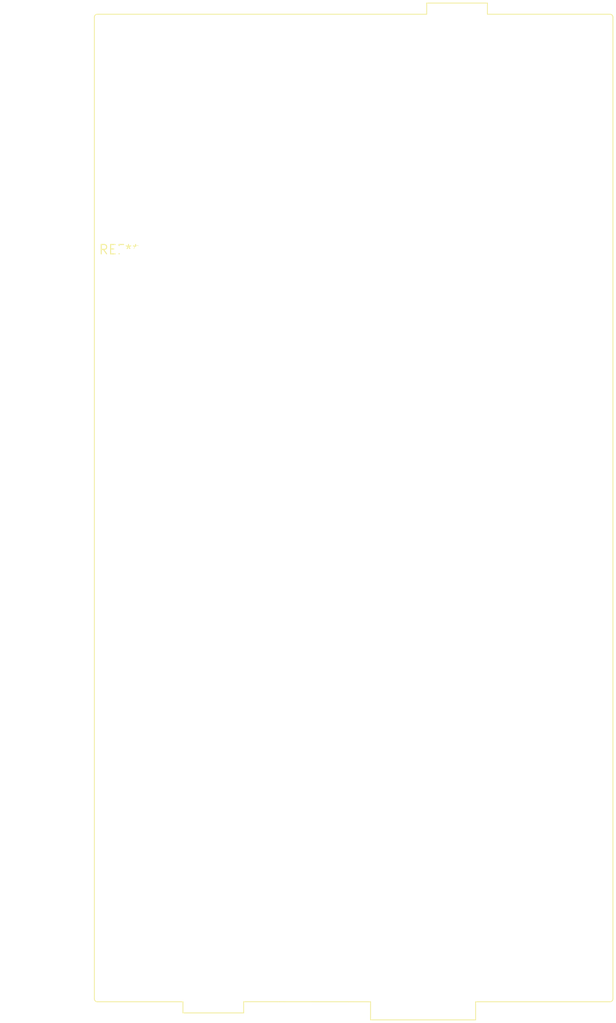
<source format=kicad_pcb>
(kicad_pcb (version 20240108) (generator pcbnew)
  (layers (0 "F.Cu" signal) (31 "B.Cu" signal) (34 "B.Paste" user) (35 "F.Paste" user) (36 "B.SilkS" user "B.Silkscreen") (37 "F.SilkS" user "F.Silkscreen") (38 "B.Mask" user) (39 "F.Mask" user) (44 "Edge.Cuts" user))
  (net 0 "")
  (footprint "ST_Morpho_Connector_144_STLink" (layer "F.Cu") (at 0 0)
    (property "Reference" "REF**")
    (property "Value" "ST_Morpho_Connector_144_STLink")
    (fp_line (start -3.35 -31.44) (end -3.35 101.36) (layer "F.SilkS") (stroke (width 0.12)))
    (fp_line (start 8.64 101.76) (end -2.95 101.76) (layer "F.SilkS") (stroke (width 0.12)))
    (fp_line (start 8.64 101.76) (end 8.64 103.27) (layer "F.SilkS") (stroke (width 0.12)))
    (fp_line (start 8.64 103.27) (end 16.86 103.27) (layer "F.SilkS") (stroke (width 0.12)))
    (fp_line (start 16.86 103.27) (end 16.86 101.75) (layer "F.SilkS") (stroke (width 0.12)))
    (fp_line (start 34.04 101.76) (end 16.86 101.75) (layer "F.SilkS") (stroke (width 0.12)))
    (fp_line (start 34.04 104.21) (end 34.04 101.76) (layer "F.SilkS") (stroke (width 0.12)))
    (fp_line (start 41.64 -33.35) (end 49.86 -33.35) (layer "F.SilkS") (stroke (width 0.12)))
    (fp_line (start 41.64 -31.84) (end -2.95 -31.84) (layer "F.SilkS") (stroke (width 0.12)))
    (fp_line (start 41.64 -31.84) (end 41.64 -33.35) (layer "F.SilkS") (stroke (width 0.12)))
    (fp_line (start 48.26 101.76) (end 48.26 104.21) (layer "F.SilkS") (stroke (width 0.12)))
    (fp_line (start 48.26 101.76) (end 66.45 101.76) (layer "F.SilkS") (stroke (width 0.12)))
    (fp_line (start 48.26 104.21) (end 34.04 104.21) (layer "F.SilkS") (stroke (width 0.12)))
    (fp_line (start 49.86 -33.35) (end 49.86 -31.84) (layer "F.SilkS") (stroke (width 0.12)))
    (fp_line (start 49.86 -31.84) (end 66.45 -31.84) (layer "F.SilkS") (stroke (width 0.12)))
    (fp_line (start 66.85 101.36) (end 66.85 -31.44) (layer "F.SilkS") (stroke (width 0.12)))
    (fp_arc (start -3.35 -31.44) (mid -3.232843 -31.722843) (end -2.95 -31.84) (layer "F.SilkS") (stroke (width 0.12)))
    (fp_arc (start -2.95 101.76) (mid -3.232843 101.642843) (end -3.35 101.36) (layer "F.SilkS") (stroke (width 0.12)))
    (fp_arc (start 66.45 -31.84) (mid 66.732843 -31.722843) (end 66.85 -31.44) (layer "F.SilkS") (stroke (width 0.12)))
    (fp_arc (start 66.85 101.36) (mid 66.732843 101.642843) (end 66.45 101.76) (layer "F.SilkS") (stroke (width 0.12)))
    (pad "1" thru_hole circle (at 0 0) (size 1.7 1.7) (drill 1) (layers *.Cu *.Mask) (remove_unused_layers))
    (pad "2" thru_hole circle (at 2.54 0) (size 1.7 1.7) (drill 1) (layers *.Cu *.Mask) (remove_unused_layers))
    (pad "3" thru_hole circle (at 0 2.54) (size 1.7 1.7) (drill 1) (layers *.Cu *.Mask) (remove_unused_layers))
    (pad "4" thru_hole circle (at 2.54 2.54) (size 1.7 1.7) (drill 1) (layers *.Cu *.Mask) (remove_unused_layers))
    (pad "5" thru_hole circle (at 0 5.08) (size 1.7 1.7) (drill 1) (layers *.Cu *.Mask) (remove_unused_layers))
    (pad "6" thru_hole circle (at 2.54 5.08) (size 1.7 1.7) (drill 1) (layers *.Cu *.Mask) (remove_unused_layers))
    (pad "7" thru_hole circle (at 0 7.62) (size 1.7 1.7) (drill 1) (layers *.Cu *.Mask) (remove_unused_layers))
    (pad "8" thru_hole circle (at 2.54 7.62) (size 1.7 1.7) (drill 1) (layers *.Cu *.Mask) (remove_unused_layers))
    (pad "9" thru_hole circle (at 0 10.16) (size 1.7 1.7) (drill 1) (layers *.Cu *.Mask) (remove_unused_layers))
    (pad "10" thru_hole circle (at 2.54 10.16) (size 1.7 1.7) (drill 1) (layers *.Cu *.Mask) (remove_unused_layers))
    (pad "11" thru_hole circle (at 0 12.7) (size 1.7 1.7) (drill 1) (layers *.Cu *.Mask) (remove_unused_layers))
    (pad "12" thru_hole circle (at 2.54 12.7) (size 1.7 1.7) (drill 1) (layers *.Cu *.Mask) (remove_unused_layers))
    (pad "13" thru_hole circle (at 0 15.24) (size 1.7 1.7) (drill 1) (layers *.Cu *.Mask) (remove_unused_layers))
    (pad "14" thru_hole circle (at 2.54 15.24) (size 1.7 1.7) (drill 1) (layers *.Cu *.Mask) (remove_unused_layers))
    (pad "15" thru_hole circle (at 0 17.78) (size 1.7 1.7) (drill 1) (layers *.Cu *.Mask) (remove_unused_layers))
    (pad "16" thru_hole circle (at 2.54 17.78) (size 1.7 1.7) (drill 1) (layers *.Cu *.Mask) (remove_unused_layers))
    (pad "17" thru_hole circle (at 0 20.32) (size 1.7 1.7) (drill 1) (layers *.Cu *.Mask) (remove_unused_layers))
    (pad "18" thru_hole circle (at 2.54 20.32) (size 1.7 1.7) (drill 1) (layers *.Cu *.Mask) (remove_unused_layers))
    (pad "19" thru_hole circle (at 0 22.86) (size 1.7 1.7) (drill 1) (layers *.Cu *.Mask) (remove_unused_layers))
    (pad "20" thru_hole circle (at 2.54 22.86) (size 1.7 1.7) (drill 1) (layers *.Cu *.Mask) (remove_unused_layers))
    (pad "21" thru_hole circle (at 0 25.4) (size 1.7 1.7) (drill 1) (layers *.Cu *.Mask) (remove_unused_layers))
    (pad "22" thru_hole circle (at 2.54 25.4) (size 1.7 1.7) (drill 1) (layers *.Cu *.Mask) (remove_unused_layers))
    (pad "23" thru_hole circle (at 0 27.94) (size 1.7 1.7) (drill 1) (layers *.Cu *.Mask) (remove_unused_layers))
    (pad "24" thru_hole circle (at 2.54 27.94) (size 1.7 1.7) (drill 1) (layers *.Cu *.Mask) (remove_unused_layers))
    (pad "25" thru_hole circle (at 0 30.48) (size 1.7 1.7) (drill 1) (layers *.Cu *.Mask) (remove_unused_layers))
    (pad "26" thru_hole circle (at 2.54 30.48) (size 1.7 1.7) (drill 1) (layers *.Cu *.Mask) (remove_unused_layers))
    (pad "27" thru_hole circle (at 0 33.02) (size 1.7 1.7) (drill 1) (layers *.Cu *.Mask) (remove_unused_layers))
    (pad "28" thru_hole circle (at 2.54 33.02) (size 1.7 1.7) (drill 1) (layers *.Cu *.Mask) (remove_unused_layers))
    (pad "29" thru_hole circle (at 0 35.56) (size 1.7 1.7) (drill 1) (layers *.Cu *.Mask) (remove_unused_layers))
    (pad "30" thru_hole circle (at 2.54 35.56) (size 1.7 1.7) (drill 1) (layers *.Cu *.Mask) (remove_unused_layers))
    (pad "31" thru_hole circle (at 0 38.1) (size 1.7 1.7) (drill 1) (layers *.Cu *.Mask) (remove_unused_layers))
    (pad "32" thru_hole circle (at 2.54 38.1) (size 1.7 1.7) (drill 1) (layers *.Cu *.Mask) (remove_unused_layers))
    (pad "33" thru_hole circle (at 0 40.64) (size 1.7 1.7) (drill 1) (layers *.Cu *.Mask) (remove_unused_layers))
    (pad "34" thru_hole circle (at 2.54 40.64) (size 1.7 1.7) (drill 1) (layers *.Cu *.Mask) (remove_unused_layers))
    (pad "35" thru_hole circle (at 0 43.18) (size 1.7 1.7) (drill 1) (layers *.Cu *.Mask) (remove_unused_layers))
    (pad "36" thru_hole circle (at 2.54 43.18) (size 1.7 1.7) (drill 1) (layers *.Cu *.Mask) (remove_unused_layers))
    (pad "37" thru_hole circle (at 0 45.72) (size 1.7 1.7) (drill 1) (layers *.Cu *.Mask) (remove_unused_layers))
    (pad "38" thru_hole circle (at 2.54 45.72) (size 1.7 1.7) (drill 1) (layers *.Cu *.Mask) (remove_unused_layers))
    (pad "39" thru_hole circle (at 0 48.26) (size 1.7 1.7) (drill 1) (layers *.Cu *.Mask) (remove_unused_layers))
    (pad "40" thru_hole circle (at 2.54 48.26) (size 1.7 1.7) (drill 1) (layers *.Cu *.Mask) (remove_unused_layers))
    (pad "41" thru_hole circle (at 0 50.8) (size 1.7 1.7) (drill 1) (layers *.Cu *.Mask) (remove_unused_layers))
    (pad "42" thru_hole circle (at 2.54 50.8) (size 1.7 1.7) (drill 1) (layers *.Cu *.Mask) (remove_unused_layers))
    (pad "43" thru_hole circle (at 0 53.34) (size 1.7 1.7) (drill 1) (layers *.Cu *.Mask) (remove_unused_layers))
    (pad "44" thru_hole circle (at 2.54 53.34) (size 1.7 1.7) (drill 1) (layers *.Cu *.Mask) (remove_unused_layers))
    (pad "45" thru_hole circle (at 0 55.88) (size 1.7 1.7) (drill 1) (layers *.Cu *.Mask) (remove_unused_layers))
    (pad "46" thru_hole circle (at 2.54 55.88) (size 1.7 1.7) (drill 1) (layers *.Cu *.Mask) (remove_unused_layers))
    (pad "47" thru_hole circle (at 0 58.42) (size 1.7 1.7) (drill 1) (layers *.Cu *.Mask) (remove_unused_layers))
    (pad "48" thru_hole circle (at 2.54 58.42) (size 1.7 1.7) (drill 1) (layers *.Cu *.Mask) (remove_unused_layers))
    (pad "49" thru_hole circle (at 0 60.96) (size 1.7 1.7) (drill 1) (layers *.Cu *.Mask) (remove_unused_layers))
    (pad "50" thru_hole circle (at 2.54 60.96) (size 1.7 1.7) (drill 1) (layers *.Cu *.Mask) (remove_unused_layers))
    (pad "51" thru_hole circle (at 0 63.5) (size 1.7 1.7) (drill 1) (layers *.Cu *.Mask) (remove_unused_layers))
    (pad "52" thru_hole circle (at 2.54 63.5) (size 1.7 1.7) (drill 1) (layers *.Cu *.Mask) (remove_unused_layers))
    (pad "53" thru_hole circle (at 0 66.04) (size 1.7 1.7) (drill 1) (layers *.Cu *.Mask) (remove_unused_layers))
    (pad "54" thru_hole circle (at 2.54 66.04) (size 1.7 1.7) (drill 1) (layers *.Cu *.Mask) (remove_unused_layers))
    (pad "55" thru_hole circle (at 0 68.58) (size 1.7 1.7) (drill 1) (layers *.Cu *.Mask) (remove_unused_layers))
    (pad "56" thru_hole circle (at 2.54 68.58) (size 1.7 1.7) (drill 1) (layers *.Cu *.Mask) (remove_unused_layers))
    (pad "57" thru_hole circle (at 0 71.12) (size 1.7 1.7) (drill 1) (layers *.Cu *.Mask) (remove_unused_layers))
    (pad "58" thru_hole circle (at 2.54 71.12) (size 1.7 1.7) (drill 1) (layers *.Cu *.Mask) (remove_unused_layers))
    (pad "59" thru_hole circle (at 0 73.66) (size 1.7 1.7) (drill 1) (layers *.Cu *.Mask) (remove_unused_layers))
    (pad "60" thru_hole circle (at 2.54 73.66) (size 1.7 1.7) (drill 1) (layers *.Cu *.Mask) (remove_unused_layers))
    (pad "61" thru_hole circle (at 0 76.2) (size 1.7 1.7) (drill 1) (layers *.Cu *.Mask) (remove_unused_layers))
    (pad "62" thru_hole circle (at 2.54 76.2) (size 1.7 1.7) (drill 1) (layers *.Cu *.Mask) (remove_unused_layers))
    (pad "63" thru_hole circle (at 0 78.74) (size 1.7 1.7) (drill 1) (layers *.Cu *.Mask) (remove_unused_layers))
    (pad "64" thru_hole circle (at 2.54 78.74) (size 1.7 1.7) (drill 1) (layers *.Cu *.Mask) (remove_unused_layers))
    (pad "65" thru_hole circle (at 0 81.28) (size 1.7 1.7) (drill 1) (layers *.Cu *.Mask) (remove_unused_layers))
    (pad "66" thru_hole circle (at 2.54 81.28) (size 1.7 1.7) (drill 1) (layers *.Cu *.Mask) (remove_unused_layers))
    (pad "67" thru_hole circle (at 0 83.82) (size 1.7 1.7) (drill 1) (layers *.Cu *.Mask) (remove_unused_layers))
    (pad "68" thru_hole circle (at 2.54 83.82) (size 1.7 1.7) (drill 1) (layers *.Cu *.Mask) (remove_unused_layers))
    (pad "69" thru_hole circle (at 0 86.36) (size 1.7 1.7) (drill 1) (layers *.Cu *.Mask) (remove_unused_layers))
    (pad "70" thru_hole circle (at 2.54 86.36) (size 1.7 1.7) (drill 1) (layers *.Cu *.Mask) (remove_unused_layers))
    (pad "71" thru_hole circle (at 0 88.9) (size 1.7 1.7) (drill 1) (layers *.Cu *.Mask) (remove_unused_layers))
    (pad "72" thru_hole circle (at 2.54 88.9) (size 1.7 1.7) (drill 1) (layers *.Cu *.Mask) (remove_unused_layers))
    (pad "73" thru_hole circle (at 60.96 0) (size 1.7 1.7) (drill 1) (layers *.Cu *.Mask) (remove_unused_layers))
    (pad "74" thru_hole circle (at 63.5 0) (size 1.7 1.7) (drill 1) (layers *.Cu *.Mask) (remove_unused_layers))
    (pad "75" thru_hole circle (at 60.96 2.54) (size 1.7 1.7) (drill 1) (layers *.Cu *.Mask) (remove_unused_layers))
    (pad "76" thru_hole circle (at 63.5 2.54) (size 1.7 1.7) (drill 1) (layers *.Cu *.Mask) (remove_unused_layers))
    (pad "77" thru_hole circle (at 60.96 5.08) (size 1.7 1.7) (drill 1) (layers *.Cu *.Mask) (remove_unused_layers))
    (pad "78" thru_hole circle (at 63.5 5.08) (size 1.7 1.7) (drill 1) (layers *.Cu *.Mask) (remove_unused_layers))
    (pad "79" thru_hole circle (at 60.96 7.62) (size 1.7 1.7) (drill 1) (layers *.Cu *.Mask) (remove_unused_layers))
    (pad "80" thru_hole circle (at 63.5 7.62) (size 1.7 1.7) (drill 1) (layers *.Cu *.Mask) (remove_unused_layers))
    (pad "81" thru_hole circle (at 60.96 10.16) (size 1.7 1.7) (drill 1) (layers *.Cu *.Mask) (remove_unused_layers))
    (pad "82" thru_hole circle (at 63.5 10.16) (size 1.7 1.7) (drill 1) (layers *.Cu *.Mask) (remove_unused_layers))
    (pad "83" thru_hole circle (at 60.96 12.7) (size 1.7 1.7) (drill 1) (layers *.Cu *.Mask) (remove_unused_layers))
    (pad "84" thru_hole circle (at 63.5 12.7) (size 1.7 1.7) (drill 1) (layers *.Cu *.Mask) (remove_unused_layers))
    (pad "85" thru_hole circle (at 60.96 15.24) (size 1.7 1.7) (drill 1) (layers *.Cu *.Mask) (remove_unused_layers))
    (pad "86" thru_hole circle (at 63.5 15.24) (size 1.7 1.7) (drill 1) (layers *.Cu *.Mask) (remove_unused_layers))
    (pad "87" thru_hole circle (at 60.96 17.78) (size 1.7 1.7) (drill 1) (layers *.Cu *.Mask) (remove_unused_layers))
    (pad "88" thru_hole circle (at 63.5 17.78) (size 1.7 1.7) (drill 1) (layers *.Cu *.Mask) (remove_unused_layers))
    (pad "89" thru_hole circle (at 60.96 20.32) (size 1.7 1.7) (drill 1) (layers *.Cu *.Mask) (remove_unused_layers))
    (pad "90" thru_hole circle (at 63.5 20.32) (size 1.7 1.7) (drill 1) (layers *.Cu *.Mask) (remove_unused_layers))
    (pad "91" thru_hole circle (at 60.96 22.86) (size 1.7 1.7) (drill 1) (layers *.Cu *.Mask) (remove_unused_layers))
    (pad "92" thru_hole circle (at 63.5 22.86) (size 1.7 1.7) (drill 1) (layers *.Cu *.Mask) (remove_unused_layers))
    (pad "93" thru_hole circle (at 60.96 25.4) (size 1.7 1.7) (drill 1) (layers *.Cu *.Mask) (remove_unused_layers))
    (pad "94" thru_hole circle (at 63.5 25.4) (size 1.7 1.7) (drill 1) (layers *.Cu *.Mask) (remove_unused_layers))
    (pad "95" thru_hole circle (at 60.96 27.94) (size 1.7 1.7) (drill 1) (layers *.Cu *.Mask) (remove_unused_layers))
    (pad "96" thru_hole circle (at 63.5 27.94) (size 1.7 1.7) (drill 1) (layers *.Cu *.Mask) (remove_unused_layers))
    (pad "97" thru_hole circle (at 60.96 30.48) (size 1.7 1.7) (drill 1) (layers *.Cu *.Mask) (remove_unused_layers))
    (pad "98" thru_hole circle (at 63.5 30.48) (size 1.7 1.7) (drill 1) (layers *.Cu *.Mask) (remove_unused_layers))
    (pad "99" thru_hole circle (at 60.96 33.02) (size 1.7 1.7) (drill 1) (layers *.Cu *.Mask) (remove_unused_layers))
    (pad "100" thru_hole circle (at 63.5 33.02) (size 1.7 1.7) (drill 1) (layers *.Cu *.Mask) (remove_unused_layers))
    (pad "101" thru_hole circle (at 60.96 35.56) (size 1.7 1.7) (drill 1) (layers *.Cu *.Mask) (remove_unused_layers))
    (pad "102" thru_hole circle (at 63.5 35.56) (size 1.7 1.7) (drill 1) (layers *.Cu *.Mask) (remove_unused_layers))
    (pad "103" thru_hole circle (at 60.96 38.1) (size 1.7 1.7) (drill 1) (layers *.Cu *.Mask) (remove_unused_layers))
    (pad "104" thru_hole circle (at 63.5 38.1) (size 1.7 1.7) (drill 1) (layers *.Cu *.Mask) (remove_unused_layers))
    (pad "105" thru_hole circle (at 60.96 40.64) (size 1.7 1.7) (drill 1) (layers *.Cu *.Mask) (remove_unused_layers))
    (pad "106" thru_hole circle (at 63.5 40.64) (size 1.7 1.7) (drill 1) (layers *.Cu *.Mask) (remove_unused_layers))
    (pad "107" thru_hole circle (at 60.96 43.18) (size 1.7 1.7) (drill 1) (layers *.Cu *.Mask) (remove_unused_layers))
    (pad "108" thru_hole circle (at 63.5 43.18) (size 1.7 1.7) (drill 1) (layers *.Cu *.Mask) (remove_unused_layers))
    (pad "109" thru_hole circle (at 60.96 45.72) (size 1.7 1.7) (drill 1) (layers *.Cu *.Mask) (remove_unused_layers))
    (pad "110" thru_hole circle (at 63.5 45.72) (size 1.7 1.7) (drill 1) (layers *.Cu *.Mask) (remove_unused_layers))
    (pad "111" thru_hole circle (at 60.96 48.26) (size 1.7 1.7) (drill 1) (layers *.Cu *.Mask) (remove_unused_layers))
    (pad "112" thru_hole circle (at 63.5 48.26) (size 1.7 1.7) (drill 1) (layers *.Cu *.Mask) (remove_unused_layers))
    (pad "113" thru_hole circle (at 60.96 50.8) (size 1.7 1.7) (drill 1) (layers *.Cu *.Mask) (remove_unused_layers))
    (pad "114" thru_hole circle (at 63.5 50.8) (size 1.7 1.7) (drill 1) (layers *.Cu *.Mask) (remove_unused_layers))
    (pad "115" thru_hole circle (at 60.96 53.34) (size 1.7 1.7) (drill 1) (layers *.Cu *.Mask) (remove_unused_layers))
    (pad "116" thru_hole circle (at 63.5 53.34) (size 1.7 1.7) (drill 1) (layers *.Cu *.Mask) (remove_unused_layers))
    (pad "117" thru_hole circle (at 60.96 55.88) (size 1.7 1.7) (drill 1) (layers *.Cu *.Mask) (remove_unused_layers))
    (pad "118" thru_hole circle (at 63.5 55.88) (size 1.7 1.7) (drill 1) (layers *.Cu *.Mask) (remove_unused_layers))
    (pad "119" thru_hole circle (at 60.96 58.42) (size 1.7 1.7) (drill 1) (layers *.Cu *.Mask) (remove_unused_layers))
    (pad "120" thru_hole circle (at 63.5 58.42) (size 1.7 1.7) (drill 1) (layers *.Cu *.Mask) (remove_unused_layers))
    (pad "121" thru_hole circle (at 60.96 60.96) (size 1.7 1.7) (drill 1) (layers *.Cu *.Mask) (remove_unused_layers))
    (pad "122" thru_hole circle (at 63.5 60.96) (size 1.7 1.7) (drill 1) (layers *.Cu *.Mask) (remove_unused_layers))
    (pad "123" thru_hole circle (at 60.96 63.5) (size 1.7 1.7) (drill 1) (layers *.Cu *.Mask) (remove_unused_layers))
    (pad "124" thru_hole circle (at 63.5 63.5) (size 1.7 1.7) (drill 1) (layers *.Cu *.Mask) (remove_unused_layers))
    (pad "125" thru_hole circle (at 60.96 66.04) (size 1.7 1.7) (drill 1) (layers *.Cu *.Mask) (remove_unused_layers))
    (pad "126" thru_hole circle (at 63.5 66.04) (size 1.7 1.7) (drill 1) (layers *.Cu *.Mask) (remove_unused_layers))
    (pad "127" thru_hole circle (at 60.96 68.58) (size 1.7 1.7) (drill 1) (layers *.Cu *.Mask) (remove_unused_layers))
    (pad "128" thru_hole circle (at 63.5 68.58) (size 1.7 1.7) (drill 1) (layers *.Cu *.Mask) (remove_unused_layers))
    (pad "129" thru_hole circle (at 60.96 71.12) (size 1.7 1.7) (drill 1) (layers *.Cu *.Mask) (remove_unused_layers))
    (pad "130" thru_hole circle (at 63.5 71.12) (size 1.7 1.7) (drill 1) (layers *.Cu *.Mask) (remove_unused_layers))
    (pad "131" thru_hole circle (at 60.96 73.66) (size 1.7 1.7) (drill 1) (layers *.Cu *.Mask) (remove_unused_layers))
    (pad "132" thru_hole circle (at 63.5 73.66) (size 1.7 1.7) (drill 1) (layers *.Cu *.Mask) (remove_unused_layers))
    (pad "133" thru_hole circle (at 60.96 76.2) (size 1.7 1.7) (drill 1) (layers *.Cu *.Mask) (remove_unused_layers))
    (pad "134" thru_hole circle (at 63.5 76.2) (size 1.7 1.7) (drill 1) (layers *.Cu *.Mask) (remove_unused_layers))
    (pad "135" thru_hole circle (at 60.96 78.74) (size 1.7 1.7) (drill 1) (layers *.Cu *.Mask) (remove_unused_layers))
    (pad "136" thru_hole circle (at 63.5 78.74) (size 1.7 1.7) (drill 1) (layers *.Cu *.Mask) (remove_unused_layers))
    (pad "137" thru_hole circle (at 60.96 81.28) (size 1.7 1.7) (drill 1) (layers *.Cu *.Mask) (remove_unused_layers))
    (pad "138" thru_hole circle (at 63.5 81.28) (size 1.7 1.7) (drill 1) (layers *.Cu *.Mask) (remove_unused_layers))
    (pad "139" thru_hole circle (at 60.96 83.82) (size 1.7 1.7) (drill 1) (layers *.Cu *.Mask) (remove_unused_layers))
    (pad "140" thru_hole circle (at 63.5 83.82) (size 1.7 1.7) (drill 1) (layers *.Cu *.Mask) (remove_unused_layers))
    (pad "141" thru_hole circle (at 60.96 86.36) (size 1.7 1.7) (drill 1) (layers *.Cu *.Mask) (remove_unused_layers))
    (pad "142" thru_hole circle (at 63.5 86.36) (size 1.7 1.7) (drill 1) (layers *.Cu *.Mask) (remove_unused_layers))
    (pad "143" thru_hole circle (at 60.96 88.9) (size 1.7 1.7) (drill 1) (layers *.Cu *.Mask) (remove_unused_layers))
    (pad "144" thru_hole circle (at 63.5 88.9) (size 1.7 1.7) (drill 1) (layers *.Cu *.Mask) (remove_unused_layers))
    (pad "145" thru_hole circle (at 0 -27.94) (size 1.7 1.7) (drill 1) (layers *.Cu *.Mask) (remove_unused_layers))
    (pad "146" thru_hole circle (at 0 -25.4) (size 1.7 1.7) (drill 1) (layers *.Cu *.Mask) (remove_unused_layers))
    (pad "147" thru_hole circle (at 63.5 -27.94) (size 1.7 1.7) (drill 1) (layers *.Cu *.Mask) (remove_unused_layers))
    (pad "148" thru_hole circle (at 63.5 -25.4) (size 1.7 1.7) (drill 1) (layers *.Cu *.Mask) (remove_unused_layers))
  )
)
</source>
